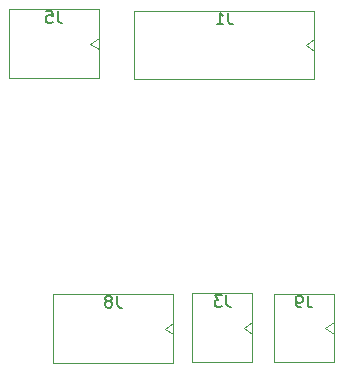
<source format=gbr>
G04 #@! TF.GenerationSoftware,KiCad,Pcbnew,(6.0.7-1)-1*
G04 #@! TF.CreationDate,2023-10-30T20:06:16+10:00*
G04 #@! TF.ProjectId,CONTROLLER_Radar Altimeter,434f4e54-524f-44c4-9c45-525f52616461,1*
G04 #@! TF.SameCoordinates,Original*
G04 #@! TF.FileFunction,AssemblyDrawing,Bot*
%FSLAX46Y46*%
G04 Gerber Fmt 4.6, Leading zero omitted, Abs format (unit mm)*
G04 Created by KiCad (PCBNEW (6.0.7-1)-1) date 2023-10-30 20:06:16*
%MOMM*%
%LPD*%
G01*
G04 APERTURE LIST*
%ADD10C,0.150000*%
%ADD11C,0.100000*%
G04 APERTURE END LIST*
D10*
X43423333Y-86042380D02*
X43423333Y-86756666D01*
X43470952Y-86899523D01*
X43566190Y-86994761D01*
X43709047Y-87042380D01*
X43804285Y-87042380D01*
X42804285Y-86470952D02*
X42899523Y-86423333D01*
X42947142Y-86375714D01*
X42994761Y-86280476D01*
X42994761Y-86232857D01*
X42947142Y-86137619D01*
X42899523Y-86090000D01*
X42804285Y-86042380D01*
X42613809Y-86042380D01*
X42518571Y-86090000D01*
X42470952Y-86137619D01*
X42423333Y-86232857D01*
X42423333Y-86280476D01*
X42470952Y-86375714D01*
X42518571Y-86423333D01*
X42613809Y-86470952D01*
X42804285Y-86470952D01*
X42899523Y-86518571D01*
X42947142Y-86566190D01*
X42994761Y-86661428D01*
X42994761Y-86851904D01*
X42947142Y-86947142D01*
X42899523Y-86994761D01*
X42804285Y-87042380D01*
X42613809Y-87042380D01*
X42518571Y-86994761D01*
X42470952Y-86947142D01*
X42423333Y-86851904D01*
X42423333Y-86661428D01*
X42470952Y-86566190D01*
X42518571Y-86518571D01*
X42613809Y-86470952D01*
X52673333Y-85992380D02*
X52673333Y-86706666D01*
X52720952Y-86849523D01*
X52816190Y-86944761D01*
X52959047Y-86992380D01*
X53054285Y-86992380D01*
X52292380Y-85992380D02*
X51673333Y-85992380D01*
X52006666Y-86373333D01*
X51863809Y-86373333D01*
X51768571Y-86420952D01*
X51720952Y-86468571D01*
X51673333Y-86563809D01*
X51673333Y-86801904D01*
X51720952Y-86897142D01*
X51768571Y-86944761D01*
X51863809Y-86992380D01*
X52149523Y-86992380D01*
X52244761Y-86944761D01*
X52292380Y-86897142D01*
X52843333Y-62062380D02*
X52843333Y-62776666D01*
X52890952Y-62919523D01*
X52986190Y-63014761D01*
X53129047Y-63062380D01*
X53224285Y-63062380D01*
X51843333Y-63062380D02*
X52414761Y-63062380D01*
X52129047Y-63062380D02*
X52129047Y-62062380D01*
X52224285Y-62205238D01*
X52319523Y-62300476D01*
X52414761Y-62348095D01*
X38393333Y-61912380D02*
X38393333Y-62626666D01*
X38440952Y-62769523D01*
X38536190Y-62864761D01*
X38679047Y-62912380D01*
X38774285Y-62912380D01*
X37440952Y-61912380D02*
X37917142Y-61912380D01*
X37964761Y-62388571D01*
X37917142Y-62340952D01*
X37821904Y-62293333D01*
X37583809Y-62293333D01*
X37488571Y-62340952D01*
X37440952Y-62388571D01*
X37393333Y-62483809D01*
X37393333Y-62721904D01*
X37440952Y-62817142D01*
X37488571Y-62864761D01*
X37583809Y-62912380D01*
X37821904Y-62912380D01*
X37917142Y-62864761D01*
X37964761Y-62817142D01*
X59553333Y-86022380D02*
X59553333Y-86736666D01*
X59600952Y-86879523D01*
X59696190Y-86974761D01*
X59839047Y-87022380D01*
X59934285Y-87022380D01*
X59029523Y-87022380D02*
X58839047Y-87022380D01*
X58743809Y-86974761D01*
X58696190Y-86927142D01*
X58600952Y-86784285D01*
X58553333Y-86593809D01*
X58553333Y-86212857D01*
X58600952Y-86117619D01*
X58648571Y-86070000D01*
X58743809Y-86022380D01*
X58934285Y-86022380D01*
X59029523Y-86070000D01*
X59077142Y-86117619D01*
X59124761Y-86212857D01*
X59124761Y-86450952D01*
X59077142Y-86546190D01*
X59029523Y-86593809D01*
X58934285Y-86641428D01*
X58743809Y-86641428D01*
X58648571Y-86593809D01*
X58600952Y-86546190D01*
X58553333Y-86450952D01*
D11*
X38010000Y-91690000D02*
X38010000Y-85890000D01*
X48170000Y-91690000D02*
X38010000Y-91690000D01*
X47462893Y-88810000D02*
X48170000Y-89310000D01*
X48170000Y-88310000D02*
X47462893Y-88810000D01*
X48170000Y-85890000D02*
X48170000Y-91690000D01*
X38010000Y-85890000D02*
X48170000Y-85890000D01*
X54880000Y-85840000D02*
X54880000Y-91640000D01*
X54172893Y-88760000D02*
X54880000Y-89260000D01*
X54880000Y-91640000D02*
X49800000Y-91640000D01*
X54880000Y-88260000D02*
X54172893Y-88760000D01*
X49800000Y-91640000D02*
X49800000Y-85840000D01*
X49800000Y-85840000D02*
X54880000Y-85840000D01*
X59422893Y-64830000D02*
X60130000Y-65330000D01*
X60130000Y-64330000D02*
X59422893Y-64830000D01*
X44890000Y-67710000D02*
X44890000Y-61910000D01*
X60130000Y-61910000D02*
X60130000Y-67710000D01*
X44890000Y-61910000D02*
X60130000Y-61910000D01*
X60130000Y-67710000D02*
X44890000Y-67710000D01*
X41870000Y-61760000D02*
X41870000Y-67560000D01*
X34250000Y-61760000D02*
X41870000Y-61760000D01*
X41162893Y-64680000D02*
X41870000Y-65180000D01*
X41870000Y-67560000D02*
X34250000Y-67560000D01*
X41870000Y-64180000D02*
X41162893Y-64680000D01*
X34250000Y-67560000D02*
X34250000Y-61760000D01*
X61760000Y-85870000D02*
X61760000Y-91670000D01*
X61052893Y-88790000D02*
X61760000Y-89290000D01*
X56680000Y-85870000D02*
X61760000Y-85870000D01*
X56680000Y-91670000D02*
X56680000Y-85870000D01*
X61760000Y-91670000D02*
X56680000Y-91670000D01*
X61760000Y-88290000D02*
X61052893Y-88790000D01*
M02*

</source>
